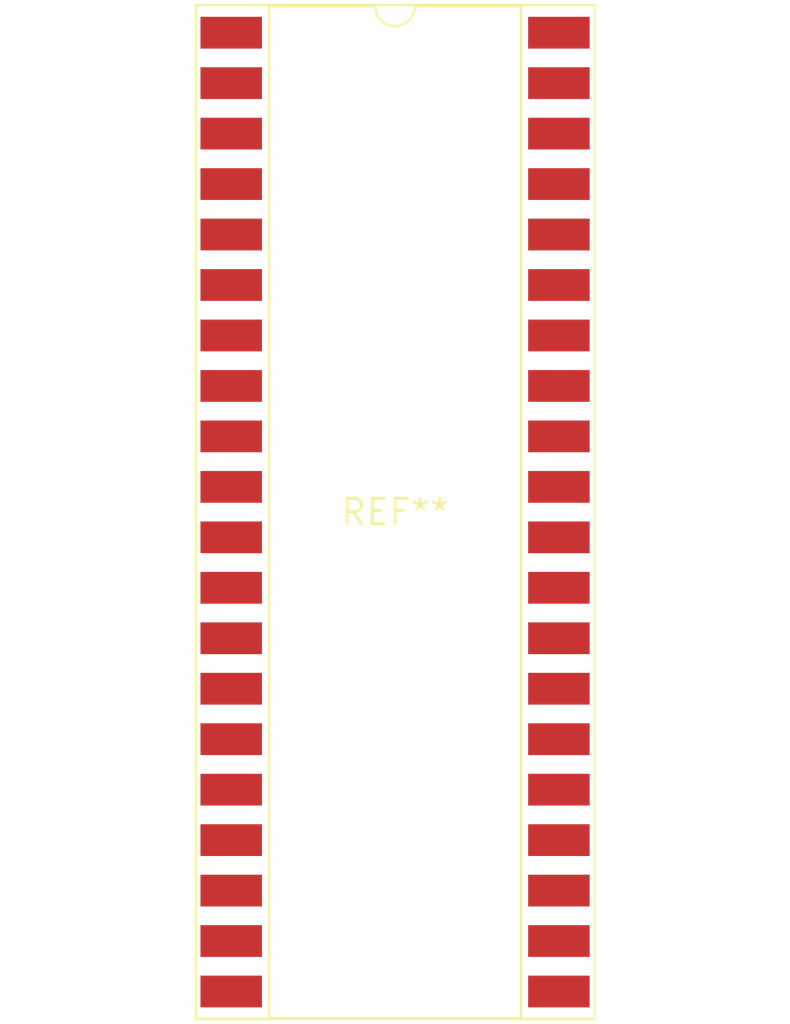
<source format=kicad_pcb>
(kicad_pcb (version 20240108) (generator pcbnew)
  (layers (0 "F.Cu" signal) (31 "B.Cu" signal) (34 "B.Paste" user) (35 "F.Paste" user) (36 "B.SilkS" user "B.Silkscreen") (37 "F.SilkS" user "F.Silkscreen") (38 "B.Mask" user) (39 "F.Mask" user) (44 "Edge.Cuts" user))
  (net 0 "")
  (footprint "DIP-40_W16.51mm_SMDSocket_LongPads" (layer "F.Cu") (at 0 0)
    (property "Reference" "REF**")
    (property "Value" "DIP-40_W16.51mm_SMDSocket_LongPads")
    (fp_line (start -10.045 -25.52) (end -10.045 25.52) (layer "F.SilkS") (stroke (width 0.12)))
    (fp_line (start -10.045 25.52) (end 10.045 25.52) (layer "F.SilkS") (stroke (width 0.12)))
    (fp_line (start -6.345 -25.46) (end -6.345 25.46) (layer "F.SilkS") (stroke (width 0.12)))
    (fp_line (start -6.345 25.46) (end 6.345 25.46) (layer "F.SilkS") (stroke (width 0.12)))
    (fp_line (start -1 -25.46) (end -6.345 -25.46) (layer "F.SilkS") (stroke (width 0.12)))
    (fp_line (start 6.345 -25.46) (end 1 -25.46) (layer "F.SilkS") (stroke (width 0.12)))
    (fp_line (start 6.345 25.46) (end 6.345 -25.46) (layer "F.SilkS") (stroke (width 0.12)))
    (fp_line (start 10.045 -25.52) (end -10.045 -25.52) (layer "F.SilkS") (stroke (width 0.12)))
    (fp_line (start 10.045 25.52) (end 10.045 -25.52) (layer "F.SilkS") (stroke (width 0.12)))
    (fp_arc (start 1 -25.46) (mid 0 -24.46) (end -1 -25.46) (layer "F.SilkS") (stroke (width 0.12)))
    (pad "1" smd rect (at -8.255 -24.13) (size 3.1 1.6) (layers "F.Cu" "F.Paste" "F.Mask"))
    (pad "2" smd rect (at -8.255 -21.59) (size 3.1 1.6) (layers "F.Cu" "F.Paste" "F.Mask"))
    (pad "3" smd rect (at -8.255 -19.05) (size 3.1 1.6) (layers "F.Cu" "F.Paste" "F.Mask"))
    (pad "4" smd rect (at -8.255 -16.51) (size 3.1 1.6) (layers "F.Cu" "F.Paste" "F.Mask"))
    (pad "5" smd rect (at -8.255 -13.97) (size 3.1 1.6) (layers "F.Cu" "F.Paste" "F.Mask"))
    (pad "6" smd rect (at -8.255 -11.43) (size 3.1 1.6) (layers "F.Cu" "F.Paste" "F.Mask"))
    (pad "7" smd rect (at -8.255 -8.89) (size 3.1 1.6) (layers "F.Cu" "F.Paste" "F.Mask"))
    (pad "8" smd rect (at -8.255 -6.35) (size 3.1 1.6) (layers "F.Cu" "F.Paste" "F.Mask"))
    (pad "9" smd rect (at -8.255 -3.81) (size 3.1 1.6) (layers "F.Cu" "F.Paste" "F.Mask"))
    (pad "10" smd rect (at -8.255 -1.27) (size 3.1 1.6) (layers "F.Cu" "F.Paste" "F.Mask"))
    (pad "11" smd rect (at -8.255 1.27) (size 3.1 1.6) (layers "F.Cu" "F.Paste" "F.Mask"))
    (pad "12" smd rect (at -8.255 3.81) (size 3.1 1.6) (layers "F.Cu" "F.Paste" "F.Mask"))
    (pad "13" smd rect (at -8.255 6.35) (size 3.1 1.6) (layers "F.Cu" "F.Paste" "F.Mask"))
    (pad "14" smd rect (at -8.255 8.89) (size 3.1 1.6) (layers "F.Cu" "F.Paste" "F.Mask"))
    (pad "15" smd rect (at -8.255 11.43) (size 3.1 1.6) (layers "F.Cu" "F.Paste" "F.Mask"))
    (pad "16" smd rect (at -8.255 13.97) (size 3.1 1.6) (layers "F.Cu" "F.Paste" "F.Mask"))
    (pad "17" smd rect (at -8.255 16.51) (size 3.1 1.6) (layers "F.Cu" "F.Paste" "F.Mask"))
    (pad "18" smd rect (at -8.255 19.05) (size 3.1 1.6) (layers "F.Cu" "F.Paste" "F.Mask"))
    (pad "19" smd rect (at -8.255 21.59) (size 3.1 1.6) (layers "F.Cu" "F.Paste" "F.Mask"))
    (pad "20" smd rect (at -8.255 24.13) (size 3.1 1.6) (layers "F.Cu" "F.Paste" "F.Mask"))
    (pad "21" smd rect (at 8.255 24.13) (size 3.1 1.6) (layers "F.Cu" "F.Paste" "F.Mask"))
    (pad "22" smd rect (at 8.255 21.59) (size 3.1 1.6) (layers "F.Cu" "F.Paste" "F.Mask"))
    (pad "23" smd rect (at 8.255 19.05) (size 3.1 1.6) (layers "F.Cu" "F.Paste" "F.Mask"))
    (pad "24" smd rect (at 8.255 16.51) (size 3.1 1.6) (layers "F.Cu" "F.Paste" "F.Mask"))
    (pad "25" smd rect (at 8.255 13.97) (size 3.1 1.6) (layers "F.Cu" "F.Paste" "F.Mask"))
    (pad "26" smd rect (at 8.255 11.43) (size 3.1 1.6) (layers "F.Cu" "F.Paste" "F.Mask"))
    (pad "27" smd rect (at 8.255 8.89) (size 3.1 1.6) (layers "F.Cu" "F.Paste" "F.Mask"))
    (pad "28" smd rect (at 8.255 6.35) (size 3.1 1.6) (layers "F.Cu" "F.Paste" "F.Mask"))
    (pad "29" smd rect (at 8.255 3.81) (size 3.1 1.6) (layers "F.Cu" "F.Paste" "F.Mask"))
    (pad "30" smd rect (at 8.255 1.27) (size 3.1 1.6) (layers "F.Cu" "F.Paste" "F.Mask"))
    (pad "31" smd rect (at 8.255 -1.27) (size 3.1 1.6) (layers "F.Cu" "F.Paste" "F.Mask"))
    (pad "32" smd rect (at 8.255 -3.81) (size 3.1 1.6) (layers "F.Cu" "F.Paste" "F.Mask"))
    (pad "33" smd rect (at 8.255 -6.35) (size 3.1 1.6) (layers "F.Cu" "F.Paste" "F.Mask"))
    (pad "34" smd rect (at 8.255 -8.89) (size 3.1 1.6) (layers "F.Cu" "F.Paste" "F.Mask"))
    (pad "35" smd rect (at 8.255 -11.43) (size 3.1 1.6) (layers "F.Cu" "F.Paste" "F.Mask"))
    (pad "36" smd rect (at 8.255 -13.97) (size 3.1 1.6) (layers "F.Cu" "F.Paste" "F.Mask"))
    (pad "37" smd rect (at 8.255 -16.51) (size 3.1 1.6) (layers "F.Cu" "F.Paste" "F.Mask"))
    (pad "38" smd rect (at 8.255 -19.05) (size 3.1 1.6) (layers "F.Cu" "F.Paste" "F.Mask"))
    (pad "39" smd rect (at 8.255 -21.59) (size 3.1 1.6) (layers "F.Cu" "F.Paste" "F.Mask"))
    (pad "40" smd rect (at 8.255 -24.13) (size 3.1 1.6) (layers "F.Cu" "F.Paste" "F.Mask"))
  )
)
</source>
